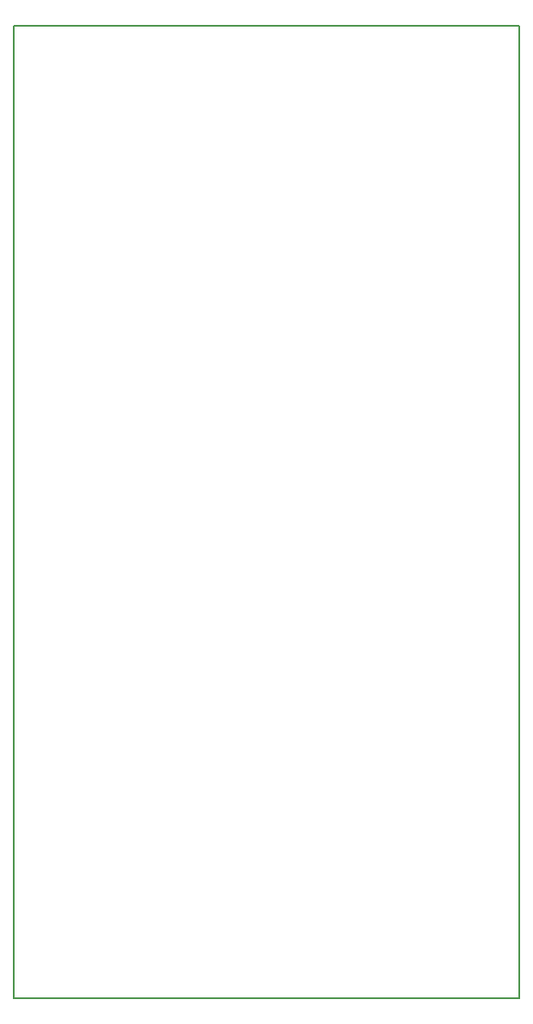
<source format=gm1>
G04 MADE WITH FRITZING*
G04 WWW.FRITZING.ORG*
G04 DOUBLE SIDED*
G04 HOLES PLATED*
G04 CONTOUR ON CENTER OF CONTOUR VECTOR*
%ASAXBY*%
%FSLAX23Y23*%
%MOIN*%
%OFA0B0*%
%SFA1.0B1.0*%
%ADD10R,1.968500X3.779530*%
%ADD11C,0.008000*%
%ADD10C,0.008*%
%LNCONTOUR*%
G90*
G70*
G54D10*
G54D11*
X4Y3776D02*
X1965Y3776D01*
X1965Y4D01*
X4Y4D01*
X4Y3776D01*
D02*
G04 End of contour*
M02*
</source>
